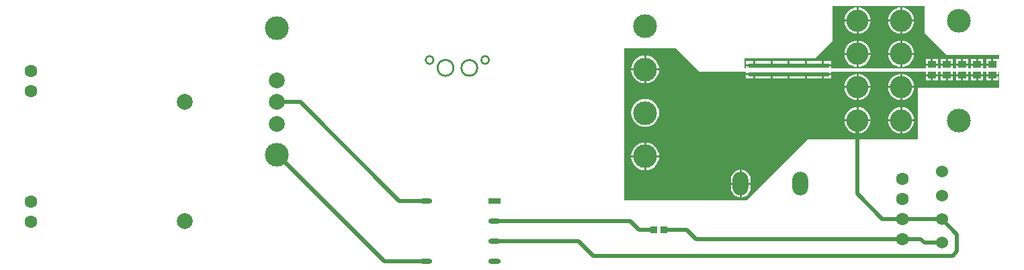
<source format=gbr>
%TF.GenerationSoftware,Altium Limited,Altium Designer,19.1.8 (144)*%
G04 Layer_Physical_Order=2*
G04 Layer_Color=16711680*
%FSLAX26Y26*%
%MOIN*%
%TF.FileFunction,Copper,L2,Bot,Signal*%
%TF.Part,Single*%
G01*
G75*
%TA.AperFunction,SMDPad,CuDef*%
%ADD13R,0.033465X0.037402*%
%TA.AperFunction,Conductor*%
%ADD17C,0.019685*%
%TA.AperFunction,ComponentPad*%
%ADD20O,0.078740X0.118110*%
%ADD21C,0.118110*%
%ADD22C,0.110240*%
%ADD23C,0.060000*%
%ADD24C,0.062992*%
%ADD25C,0.118110*%
%ADD26C,0.078740*%
%TA.AperFunction,NonConductor*%
%ADD27C,0.010000*%
%TA.AperFunction,SMDPad,CuDef*%
%ADD28O,0.061024X0.025591*%
%ADD29R,0.061024X0.025591*%
%ADD30R,0.062992X0.023622*%
%ADD31R,0.039370X0.035433*%
G36*
X6273768Y4818832D02*
X6381579Y4711021D01*
X6642907D01*
Y4694532D01*
X6639685Y4690866D01*
X6615000D01*
Y4663150D01*
X6610000D01*
Y4658150D01*
X6580315D01*
Y4646068D01*
X6576779Y4642533D01*
X6564685Y4642533D01*
Y4658150D01*
X6505315D01*
Y4646070D01*
X6501779Y4642534D01*
X6489685Y4642535D01*
Y4658150D01*
X6430315D01*
Y4646072D01*
X6426779Y4642536D01*
X6414685Y4642537D01*
Y4658150D01*
X6355315D01*
Y4646074D01*
X6351779Y4642538D01*
X6339685Y4642538D01*
Y4658150D01*
X6280315D01*
Y4646076D01*
X6276779Y4642540D01*
X5958595Y4642548D01*
X5811496D01*
Y4653307D01*
X5770000D01*
Y4658307D01*
X5765000D01*
Y4680118D01*
X5728504D01*
Y4680118D01*
X5726496D01*
Y4680118D01*
X5690000D01*
Y4658307D01*
X5680000D01*
Y4680118D01*
X5643504D01*
Y4680118D01*
X5641496D01*
Y4680118D01*
X5605000D01*
Y4658307D01*
X5595000D01*
Y4680118D01*
X5558504D01*
Y4680118D01*
X5556496D01*
Y4680118D01*
X5520000D01*
Y4658307D01*
X5510000D01*
Y4680118D01*
X5473504D01*
Y4680118D01*
X5471496D01*
Y4680118D01*
X5435000D01*
Y4658307D01*
X5430000D01*
Y4653307D01*
X5388504D01*
Y4642548D01*
X5381038D01*
Y4694404D01*
X5730000D01*
X5816106Y4780510D01*
Y4953223D01*
X6273768D01*
Y4818832D01*
D02*
G37*
G36*
X5157480Y4625984D02*
X5388504D01*
Y4620000D01*
X5430000D01*
Y4615000D01*
X5435000D01*
Y4593189D01*
X5471496D01*
Y4593189D01*
X5473504D01*
Y4593189D01*
X5510000D01*
Y4615000D01*
X5520000D01*
Y4593189D01*
X5556496D01*
Y4593189D01*
X5558504D01*
Y4593189D01*
X5595000D01*
Y4615000D01*
X5605000D01*
Y4593189D01*
X5641496D01*
Y4593189D01*
X5643504D01*
Y4593189D01*
X5680000D01*
Y4615000D01*
X5690000D01*
Y4593189D01*
X5726496D01*
Y4593189D01*
X5728504D01*
Y4593189D01*
X5765000D01*
Y4615000D01*
X5770000D01*
Y4620000D01*
X5811496D01*
Y4625984D01*
X5885827D01*
X6240158Y4625984D01*
X6280315D01*
Y4615000D01*
X6339685D01*
Y4625984D01*
X6355315D01*
Y4615000D01*
X6414685D01*
Y4625984D01*
X6430315D01*
Y4615000D01*
X6489685D01*
Y4625984D01*
X6505315D01*
Y4615000D01*
X6564685D01*
Y4625984D01*
X6580315D01*
Y4615000D01*
X6639685D01*
Y4625984D01*
X6645615D01*
Y4545675D01*
X6240769D01*
X6240158Y4546310D01*
Y4291339D01*
X5698199Y4291338D01*
X5392061Y3985200D01*
X4783464Y3985200D01*
X4783465Y4744095D01*
X5039370D01*
X5157480Y4625984D01*
D02*
G37*
%LPC*%
G36*
X6162600Y4946003D02*
Y4886060D01*
X6222543D01*
X6221778Y4893826D01*
X6218054Y4906101D01*
X6212007Y4917414D01*
X6203870Y4927330D01*
X6193954Y4935467D01*
X6182641Y4941514D01*
X6170366Y4945238D01*
X6162600Y4946003D01*
D02*
G37*
G36*
X5946060D02*
Y4886060D01*
X6006003D01*
X6005238Y4893826D01*
X6001514Y4906101D01*
X5995467Y4917414D01*
X5987330Y4927330D01*
X5977414Y4935467D01*
X5966101Y4941514D01*
X5953826Y4945238D01*
X5946060Y4946003D01*
D02*
G37*
G36*
X6152600D02*
X6144834Y4945238D01*
X6132559Y4941514D01*
X6121246Y4935467D01*
X6111330Y4927330D01*
X6103193Y4917414D01*
X6097146Y4906101D01*
X6093422Y4893826D01*
X6092657Y4886060D01*
X6152600D01*
Y4946003D01*
D02*
G37*
G36*
X5936060D02*
X5928294Y4945238D01*
X5916019Y4941514D01*
X5904706Y4935467D01*
X5894790Y4927330D01*
X5886653Y4917414D01*
X5880606Y4906101D01*
X5876882Y4893826D01*
X5876117Y4886060D01*
X5936060D01*
Y4946003D01*
D02*
G37*
G36*
X6222543Y4876060D02*
X6162600D01*
Y4816117D01*
X6170366Y4816882D01*
X6182641Y4820606D01*
X6193954Y4826653D01*
X6203870Y4834790D01*
X6212007Y4844706D01*
X6218054Y4856019D01*
X6221778Y4868294D01*
X6222543Y4876060D01*
D02*
G37*
G36*
X6006003D02*
X5946060D01*
Y4816117D01*
X5953826Y4816882D01*
X5966101Y4820606D01*
X5977414Y4826653D01*
X5987330Y4834790D01*
X5995467Y4844706D01*
X6001514Y4856019D01*
X6005238Y4868294D01*
X6006003Y4876060D01*
D02*
G37*
G36*
X6152600D02*
X6092657D01*
X6093422Y4868294D01*
X6097146Y4856019D01*
X6103193Y4844706D01*
X6111330Y4834790D01*
X6121246Y4826653D01*
X6132559Y4820606D01*
X6144834Y4816882D01*
X6152600Y4816117D01*
Y4876060D01*
D02*
G37*
G36*
X5936060D02*
X5876117D01*
X5876882Y4868294D01*
X5880606Y4856019D01*
X5886653Y4844706D01*
X5894790Y4834790D01*
X5904706Y4826653D01*
X5916019Y4820606D01*
X5928294Y4816882D01*
X5936060Y4816117D01*
Y4876060D01*
D02*
G37*
G36*
X6162600Y4780653D02*
Y4720710D01*
X6222543D01*
X6221778Y4728476D01*
X6218054Y4740751D01*
X6212007Y4752064D01*
X6203870Y4761980D01*
X6193954Y4770117D01*
X6182641Y4776164D01*
X6170366Y4779888D01*
X6162600Y4780653D01*
D02*
G37*
G36*
X5946060D02*
Y4720710D01*
X6006003D01*
X6005238Y4728476D01*
X6001514Y4740751D01*
X5995467Y4752064D01*
X5987330Y4761980D01*
X5977414Y4770117D01*
X5966101Y4776164D01*
X5953826Y4779888D01*
X5946060Y4780653D01*
D02*
G37*
G36*
X6152600D02*
X6144834Y4779888D01*
X6132559Y4776164D01*
X6121246Y4770117D01*
X6111330Y4761980D01*
X6103193Y4752064D01*
X6097146Y4740751D01*
X6093422Y4728476D01*
X6092657Y4720710D01*
X6152600D01*
Y4780653D01*
D02*
G37*
G36*
X5936060D02*
X5928294Y4779888D01*
X5916019Y4776164D01*
X5904706Y4770117D01*
X5894790Y4761980D01*
X5886653Y4752064D01*
X5880606Y4740751D01*
X5876882Y4728476D01*
X5876117Y4720710D01*
X5936060D01*
Y4780653D01*
D02*
G37*
G36*
X6605000Y4690866D02*
X6580315D01*
Y4668150D01*
X6605000D01*
Y4690866D01*
D02*
G37*
G36*
X6564685D02*
X6540000D01*
Y4668150D01*
X6564685D01*
Y4690866D01*
D02*
G37*
G36*
X6530000D02*
X6505315D01*
Y4668150D01*
X6530000D01*
Y4690866D01*
D02*
G37*
G36*
X6489685D02*
X6465000D01*
Y4668150D01*
X6489685D01*
Y4690866D01*
D02*
G37*
G36*
X6455000D02*
X6430315D01*
Y4668150D01*
X6455000D01*
Y4690866D01*
D02*
G37*
G36*
X6414685D02*
X6390000D01*
Y4668150D01*
X6414685D01*
Y4690866D01*
D02*
G37*
G36*
X6380000D02*
X6355315D01*
Y4668150D01*
X6380000D01*
Y4690866D01*
D02*
G37*
G36*
X6339685D02*
X6315000D01*
Y4668150D01*
X6339685D01*
Y4690866D01*
D02*
G37*
G36*
X6305000D02*
X6280315D01*
Y4668150D01*
X6305000D01*
Y4690866D01*
D02*
G37*
G36*
X5811496Y4680118D02*
X5775000D01*
Y4663307D01*
X5811496D01*
Y4680118D01*
D02*
G37*
G36*
X5425000D02*
X5388504D01*
Y4663307D01*
X5425000D01*
Y4680118D01*
D02*
G37*
G36*
X6222543Y4710710D02*
X6162600D01*
Y4650767D01*
X6170366Y4651532D01*
X6182641Y4655256D01*
X6193954Y4661303D01*
X6203870Y4669440D01*
X6212007Y4679356D01*
X6218054Y4690669D01*
X6221778Y4702944D01*
X6222543Y4710710D01*
D02*
G37*
G36*
X6006003D02*
X5946060D01*
Y4650767D01*
X5953826Y4651532D01*
X5966101Y4655256D01*
X5977414Y4661303D01*
X5987330Y4669440D01*
X5995467Y4679356D01*
X6001514Y4690669D01*
X6005238Y4702944D01*
X6006003Y4710710D01*
D02*
G37*
G36*
X6152600D02*
X6092657D01*
X6093422Y4702944D01*
X6097146Y4690669D01*
X6103193Y4679356D01*
X6111330Y4669440D01*
X6121246Y4661303D01*
X6132559Y4655256D01*
X6144834Y4651532D01*
X6152600Y4650767D01*
Y4710710D01*
D02*
G37*
G36*
X5936060D02*
X5876117D01*
X5876882Y4702944D01*
X5880606Y4690669D01*
X5886653Y4679356D01*
X5894790Y4669440D01*
X5904706Y4661303D01*
X5916019Y4655256D01*
X5928294Y4651532D01*
X5936060Y4650767D01*
Y4710710D01*
D02*
G37*
G36*
X4892992Y4707164D02*
Y4643268D01*
X4956889D01*
X4956048Y4651805D01*
X4952099Y4664822D01*
X4945687Y4676818D01*
X4937058Y4687333D01*
X4926543Y4695963D01*
X4914546Y4702375D01*
X4901529Y4706324D01*
X4892992Y4707164D01*
D02*
G37*
G36*
X4882992D02*
X4874455Y4706324D01*
X4861438Y4702375D01*
X4849441Y4695963D01*
X4838926Y4687333D01*
X4830297Y4676818D01*
X4823885Y4664822D01*
X4819936Y4651805D01*
X4819095Y4643268D01*
X4882992D01*
Y4707164D01*
D02*
G37*
G36*
X5811496Y4610000D02*
X5775000D01*
Y4593189D01*
X5811496D01*
Y4610000D01*
D02*
G37*
G36*
X5425000D02*
X5388504D01*
Y4593189D01*
X5425000D01*
Y4610000D01*
D02*
G37*
G36*
X6639685Y4605000D02*
X6615000D01*
Y4582283D01*
X6639685D01*
Y4605000D01*
D02*
G37*
G36*
X6605000D02*
X6580315D01*
Y4582283D01*
X6605000D01*
Y4605000D01*
D02*
G37*
G36*
X6564685D02*
X6540000D01*
Y4582283D01*
X6564685D01*
Y4605000D01*
D02*
G37*
G36*
X6530000D02*
X6505315D01*
Y4582283D01*
X6530000D01*
Y4605000D01*
D02*
G37*
G36*
X6489685D02*
X6465000D01*
Y4582283D01*
X6489685D01*
Y4605000D01*
D02*
G37*
G36*
X6455000D02*
X6430315D01*
Y4582283D01*
X6455000D01*
Y4605000D01*
D02*
G37*
G36*
X6414685D02*
X6390000D01*
Y4582283D01*
X6414685D01*
Y4605000D01*
D02*
G37*
G36*
X6380000D02*
X6355315D01*
Y4582283D01*
X6380000D01*
Y4605000D01*
D02*
G37*
G36*
X6339685D02*
X6315000D01*
Y4582283D01*
X6339685D01*
Y4605000D01*
D02*
G37*
G36*
X6305000D02*
X6280315D01*
Y4582283D01*
X6305000D01*
Y4605000D01*
D02*
G37*
G36*
X4956889Y4633268D02*
X4892992D01*
Y4569371D01*
X4901529Y4570212D01*
X4914546Y4574160D01*
X4926543Y4580573D01*
X4937058Y4589202D01*
X4945687Y4599717D01*
X4952099Y4611714D01*
X4956048Y4624730D01*
X4956889Y4633268D01*
D02*
G37*
G36*
X4882992D02*
X4819095D01*
X4819936Y4624730D01*
X4823885Y4611714D01*
X4830297Y4599717D01*
X4838926Y4589202D01*
X4849441Y4580573D01*
X4861438Y4574160D01*
X4874455Y4570212D01*
X4882992Y4569371D01*
Y4633268D01*
D02*
G37*
G36*
X6162600Y4615293D02*
Y4555350D01*
X6222543D01*
X6221778Y4563116D01*
X6218054Y4575391D01*
X6212007Y4586704D01*
X6203870Y4596620D01*
X6193954Y4604757D01*
X6182641Y4610804D01*
X6170366Y4614528D01*
X6162600Y4615293D01*
D02*
G37*
G36*
X5946060D02*
Y4555350D01*
X6006003D01*
X6005238Y4563116D01*
X6001514Y4575391D01*
X5995467Y4586704D01*
X5987330Y4596620D01*
X5977414Y4604757D01*
X5966101Y4610804D01*
X5953826Y4614528D01*
X5946060Y4615293D01*
D02*
G37*
G36*
X6152600D02*
X6144834Y4614528D01*
X6132559Y4610804D01*
X6121246Y4604757D01*
X6111330Y4596620D01*
X6103193Y4586704D01*
X6097146Y4575391D01*
X6093422Y4563116D01*
X6092657Y4555350D01*
X6152600D01*
Y4615293D01*
D02*
G37*
G36*
X5936060D02*
X5928294Y4614528D01*
X5916019Y4610804D01*
X5904706Y4604757D01*
X5894790Y4596620D01*
X5886653Y4586704D01*
X5880606Y4575391D01*
X5876882Y4563116D01*
X5876117Y4555350D01*
X5936060D01*
Y4615293D01*
D02*
G37*
G36*
X6222543Y4545350D02*
X6162600D01*
Y4485407D01*
X6170366Y4486172D01*
X6182641Y4489896D01*
X6193954Y4495943D01*
X6203870Y4504080D01*
X6212007Y4513996D01*
X6218054Y4525309D01*
X6221778Y4537584D01*
X6222543Y4545350D01*
D02*
G37*
G36*
X6006003D02*
X5946060D01*
Y4485407D01*
X5953826Y4486172D01*
X5966101Y4489896D01*
X5977414Y4495943D01*
X5987330Y4504080D01*
X5995467Y4513996D01*
X6001514Y4525309D01*
X6005238Y4537584D01*
X6006003Y4545350D01*
D02*
G37*
G36*
X6152600D02*
X6092657D01*
X6093422Y4537584D01*
X6097146Y4525309D01*
X6103193Y4513996D01*
X6111330Y4504080D01*
X6121246Y4495943D01*
X6132559Y4489896D01*
X6144834Y4486172D01*
X6152600Y4485407D01*
Y4545350D01*
D02*
G37*
G36*
X5936060D02*
X5876117D01*
X5876882Y4537584D01*
X5880606Y4525309D01*
X5886653Y4513996D01*
X5894790Y4504080D01*
X5904706Y4495943D01*
X5916019Y4489896D01*
X5928294Y4486172D01*
X5936060Y4485407D01*
Y4545350D01*
D02*
G37*
G36*
X6162600Y4449943D02*
Y4390000D01*
X6222543D01*
X6221778Y4397766D01*
X6218054Y4410041D01*
X6212007Y4421354D01*
X6203870Y4431270D01*
X6193954Y4439407D01*
X6182641Y4445454D01*
X6170366Y4449178D01*
X6162600Y4449943D01*
D02*
G37*
G36*
X5946060D02*
Y4390000D01*
X6006003D01*
X6005238Y4397766D01*
X6001514Y4410041D01*
X5995467Y4421354D01*
X5987330Y4431270D01*
X5977414Y4439407D01*
X5966101Y4445454D01*
X5953826Y4449178D01*
X5946060Y4449943D01*
D02*
G37*
G36*
X6152600D02*
X6144834Y4449178D01*
X6132559Y4445454D01*
X6121246Y4439407D01*
X6111330Y4431270D01*
X6103193Y4421354D01*
X6097146Y4410041D01*
X6093422Y4397766D01*
X6092657Y4390000D01*
X6152600D01*
Y4449943D01*
D02*
G37*
G36*
X5936060D02*
X5928294Y4449178D01*
X5916019Y4445454D01*
X5904706Y4439407D01*
X5894790Y4431270D01*
X5886653Y4421354D01*
X5880606Y4410041D01*
X5876882Y4397766D01*
X5876117Y4390000D01*
X5936060D01*
Y4449943D01*
D02*
G37*
G36*
X4887992Y4491122D02*
X4874455Y4489788D01*
X4861438Y4485840D01*
X4849441Y4479427D01*
X4838926Y4470798D01*
X4830297Y4460283D01*
X4823885Y4448286D01*
X4819936Y4435270D01*
X4818603Y4421732D01*
X4819936Y4408195D01*
X4823885Y4395178D01*
X4830297Y4383182D01*
X4838926Y4372667D01*
X4849441Y4364037D01*
X4861438Y4357625D01*
X4874455Y4353676D01*
X4887992Y4352343D01*
X4901529Y4353676D01*
X4914546Y4357625D01*
X4926543Y4364037D01*
X4937058Y4372667D01*
X4945687Y4383182D01*
X4952099Y4395178D01*
X4956048Y4408195D01*
X4957381Y4421732D01*
X4956048Y4435270D01*
X4952099Y4448286D01*
X4945687Y4460283D01*
X4937058Y4470798D01*
X4926543Y4479427D01*
X4914546Y4485840D01*
X4901529Y4489788D01*
X4887992Y4491122D01*
D02*
G37*
G36*
X6222543Y4380000D02*
X6162600D01*
Y4320057D01*
X6170366Y4320822D01*
X6182641Y4324546D01*
X6193954Y4330593D01*
X6203870Y4338730D01*
X6212007Y4348646D01*
X6218054Y4359959D01*
X6221778Y4372234D01*
X6222543Y4380000D01*
D02*
G37*
G36*
X6006003D02*
X5946060D01*
Y4320057D01*
X5953826Y4320822D01*
X5966101Y4324546D01*
X5977414Y4330593D01*
X5987330Y4338730D01*
X5995467Y4348646D01*
X6001514Y4359959D01*
X6005238Y4372234D01*
X6006003Y4380000D01*
D02*
G37*
G36*
X6152600D02*
X6092657D01*
X6093422Y4372234D01*
X6097146Y4359959D01*
X6103193Y4348646D01*
X6111330Y4338730D01*
X6121246Y4330593D01*
X6132559Y4324546D01*
X6144834Y4320822D01*
X6152600Y4320057D01*
Y4380000D01*
D02*
G37*
G36*
X5936060D02*
X5876117D01*
X5876882Y4372234D01*
X5880606Y4359959D01*
X5886653Y4348646D01*
X5894790Y4338730D01*
X5904706Y4330593D01*
X5916019Y4324546D01*
X5928294Y4320822D01*
X5936060Y4320057D01*
Y4380000D01*
D02*
G37*
G36*
X4892992Y4274094D02*
Y4210197D01*
X4956889D01*
X4956048Y4218734D01*
X4952099Y4231751D01*
X4945687Y4243748D01*
X4937058Y4254262D01*
X4926543Y4262892D01*
X4914546Y4269304D01*
X4901529Y4273253D01*
X4892992Y4274094D01*
D02*
G37*
G36*
X4882992D02*
X4874455Y4273253D01*
X4861438Y4269304D01*
X4849441Y4262892D01*
X4838926Y4254262D01*
X4830297Y4243748D01*
X4823885Y4231751D01*
X4819936Y4218734D01*
X4819095Y4210197D01*
X4882992D01*
Y4274094D01*
D02*
G37*
G36*
X4956889Y4200197D02*
X4892992D01*
Y4136300D01*
X4901529Y4137141D01*
X4914546Y4141090D01*
X4926543Y4147502D01*
X4937058Y4156131D01*
X4945687Y4166646D01*
X4952099Y4178643D01*
X4956048Y4191660D01*
X4956889Y4200197D01*
D02*
G37*
G36*
X4882992D02*
X4819095D01*
X4819936Y4191660D01*
X4823885Y4178643D01*
X4830297Y4166646D01*
X4838926Y4156131D01*
X4849441Y4147502D01*
X4861438Y4141090D01*
X4874455Y4137141D01*
X4882992Y4136300D01*
Y4200197D01*
D02*
G37*
G36*
X5367363Y4138823D02*
Y4075000D01*
X5412158D01*
Y4089685D01*
X5410462Y4102573D01*
X5405487Y4114583D01*
X5397573Y4124896D01*
X5387260Y4132810D01*
X5375250Y4137784D01*
X5367363Y4138823D01*
D02*
G37*
G36*
X5357363Y4138823D02*
X5349474Y4137784D01*
X5337464Y4132810D01*
X5327151Y4124896D01*
X5319238Y4114583D01*
X5314263Y4102573D01*
X5312566Y4089685D01*
Y4075000D01*
X5357363D01*
Y4138823D01*
D02*
G37*
G36*
X5412158Y4065000D02*
X5367363D01*
Y4001177D01*
X5375250Y4002216D01*
X5387260Y4007190D01*
X5397573Y4015104D01*
X5405487Y4025417D01*
X5410462Y4037427D01*
X5412158Y4050315D01*
Y4065000D01*
D02*
G37*
G36*
X5357363D02*
X5312566D01*
Y4050315D01*
X5314263Y4037427D01*
X5319238Y4025417D01*
X5327151Y4015104D01*
X5337464Y4007190D01*
X5349474Y4002216D01*
X5357363Y4001177D01*
Y4065000D01*
D02*
G37*
%LPD*%
D13*
X4982493Y3840311D02*
D03*
X4931311D02*
D03*
D17*
X5941060Y4019570D02*
X6065630Y3895000D01*
X5941060Y4019570D02*
Y4385000D01*
X6065630Y3895000D02*
X6165000D01*
X3062449Y4215481D02*
X3592930Y3685000D01*
X3062008Y4215039D02*
X3062449Y4215481D01*
X3592930Y3685000D02*
X3800000D01*
X3666602Y3985000D02*
X3800000D01*
X3175933Y4475669D02*
X3666602Y3985000D01*
X3062008Y4475669D02*
X3175933D01*
X4558567Y3785000D02*
X4632527Y3711040D01*
X4142520Y3785000D02*
X4558567D01*
X4632527Y3711040D02*
X6414076D01*
X6435605Y3732569D01*
Y3817741D01*
X6359921Y3893425D02*
X6435605Y3817741D01*
X6359134Y3894213D02*
X6359921Y3893425D01*
X6165788Y3894213D02*
X6359134D01*
X6165000Y3895000D02*
X6165788Y3894213D01*
X6165000Y3795000D02*
X6255268D01*
X5140147D02*
X6165000D01*
X5094836Y3840311D02*
X5140147Y3795000D01*
X4982493Y3840311D02*
X5094836D01*
X4858856D02*
X4931311D01*
X4814167Y3885000D02*
X4858856Y3840311D01*
X4142520Y3885000D02*
X4814167D01*
X6255268Y3795000D02*
X6274953Y3775315D01*
X6359921D01*
X5685000Y4615000D02*
X5770000D01*
X5600000D02*
X5685000D01*
X5515000D02*
X5600000D01*
X5430000D02*
X5515000D01*
X5685000Y4658307D02*
X5770000D01*
X5600000D02*
X5685000D01*
X5515000D02*
X5600000D01*
X5430000D02*
X5515000D01*
D20*
X5657638Y4070000D02*
D03*
X5362362D02*
D03*
D21*
X6445000Y4881060D02*
D03*
Y4385000D02*
D03*
D22*
X5941060D02*
D03*
Y4550350D02*
D03*
Y4715710D02*
D03*
Y4881060D02*
D03*
X6157600Y4385000D02*
D03*
Y4550350D02*
D03*
Y4715710D02*
D03*
Y4881060D02*
D03*
D23*
X6359921Y4129646D02*
D03*
Y4011535D02*
D03*
Y3893425D02*
D03*
Y3775315D02*
D03*
D24*
X6165000Y3795000D02*
D03*
Y3895000D02*
D03*
Y3995000D02*
D03*
Y4095000D02*
D03*
X1840000Y4630000D02*
D03*
Y4530000D02*
D03*
Y3980000D02*
D03*
Y3880000D02*
D03*
D25*
X3062008Y4844961D02*
D03*
Y4215039D02*
D03*
X4887992Y4854803D02*
D03*
Y4638268D02*
D03*
Y4421732D02*
D03*
Y4205197D02*
D03*
D26*
X3062008Y4584331D02*
D03*
Y4475669D02*
D03*
Y4367402D02*
D03*
X2605000Y3885000D02*
D03*
Y4475551D02*
D03*
D27*
X4114173Y4685039D02*
G03*
X4114173Y4685039I-19685J0D01*
G01*
X4055118Y4645669D02*
G03*
X4055118Y4645669I-39370J0D01*
G01*
X3937008D02*
G03*
X3937008Y4645669I-39370J0D01*
G01*
X3838583Y4685039D02*
G03*
X3838583Y4685039I-19685J0D01*
G01*
D28*
X3800000Y3685000D02*
D03*
Y3985000D02*
D03*
X4142520Y3685000D02*
D03*
Y3785000D02*
D03*
Y3885000D02*
D03*
D29*
Y3985000D02*
D03*
D30*
X5515000Y4615000D02*
D03*
Y4658307D02*
D03*
X5770000Y4615000D02*
D03*
Y4658307D02*
D03*
X5600000Y4615000D02*
D03*
Y4658307D02*
D03*
X5430000Y4615000D02*
D03*
Y4658307D02*
D03*
X5685000Y4615000D02*
D03*
Y4658307D02*
D03*
D31*
X6610000Y4610000D02*
D03*
Y4663150D02*
D03*
X6535000Y4610000D02*
D03*
Y4663150D02*
D03*
X6310000D02*
D03*
Y4610000D02*
D03*
X6385000Y4663150D02*
D03*
Y4610000D02*
D03*
X6460000Y4663150D02*
D03*
Y4610000D02*
D03*
%TF.MD5,9e785608ed120357ea0ad0d7119f7d85*%
M02*

</source>
